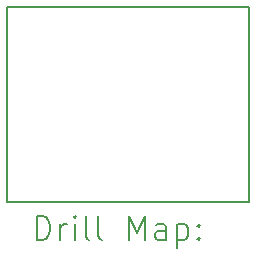
<source format=gbr>
%TF.GenerationSoftware,KiCad,Pcbnew,6.0.11+dfsg-1~bpo11+1*%
%TF.CreationDate,2023-04-15T17:48:56-07:00*%
%TF.ProjectId,J-link_BOB,4a2d6c69-6e6b-45f4-924f-422e6b696361,A0*%
%TF.SameCoordinates,PX79b8e38PY4eb9cf0*%
%TF.FileFunction,Drillmap*%
%TF.FilePolarity,Positive*%
%FSLAX45Y45*%
G04 Gerber Fmt 4.5, Leading zero omitted, Abs format (unit mm)*
G04 Created by KiCad (PCBNEW 6.0.11+dfsg-1~bpo11+1) date 2023-04-15 17:48:56*
%MOMM*%
%LPD*%
G01*
G04 APERTURE LIST*
%ADD10C,0.200000*%
G04 APERTURE END LIST*
D10*
X0Y0D02*
X2050000Y0D01*
X2050000Y0D02*
X2050000Y-1650000D01*
X2050000Y-1650000D02*
X0Y-1650000D01*
X0Y-1650000D02*
X0Y0D01*
X247619Y-1970476D02*
X247619Y-1770476D01*
X295238Y-1770476D01*
X323810Y-1780000D01*
X342857Y-1799048D01*
X352381Y-1818095D01*
X361905Y-1856190D01*
X361905Y-1884762D01*
X352381Y-1922857D01*
X342857Y-1941905D01*
X323810Y-1960952D01*
X295238Y-1970476D01*
X247619Y-1970476D01*
X447619Y-1970476D02*
X447619Y-1837143D01*
X447619Y-1875238D02*
X457143Y-1856190D01*
X466667Y-1846667D01*
X485714Y-1837143D01*
X504762Y-1837143D01*
X571429Y-1970476D02*
X571429Y-1837143D01*
X571429Y-1770476D02*
X561905Y-1780000D01*
X571429Y-1789524D01*
X580952Y-1780000D01*
X571429Y-1770476D01*
X571429Y-1789524D01*
X695238Y-1970476D02*
X676190Y-1960952D01*
X666667Y-1941905D01*
X666667Y-1770476D01*
X800000Y-1970476D02*
X780952Y-1960952D01*
X771428Y-1941905D01*
X771428Y-1770476D01*
X1028571Y-1970476D02*
X1028571Y-1770476D01*
X1095238Y-1913333D01*
X1161905Y-1770476D01*
X1161905Y-1970476D01*
X1342857Y-1970476D02*
X1342857Y-1865714D01*
X1333333Y-1846667D01*
X1314286Y-1837143D01*
X1276190Y-1837143D01*
X1257143Y-1846667D01*
X1342857Y-1960952D02*
X1323810Y-1970476D01*
X1276190Y-1970476D01*
X1257143Y-1960952D01*
X1247619Y-1941905D01*
X1247619Y-1922857D01*
X1257143Y-1903809D01*
X1276190Y-1894286D01*
X1323810Y-1894286D01*
X1342857Y-1884762D01*
X1438095Y-1837143D02*
X1438095Y-2037143D01*
X1438095Y-1846667D02*
X1457143Y-1837143D01*
X1495238Y-1837143D01*
X1514286Y-1846667D01*
X1523809Y-1856190D01*
X1533333Y-1875238D01*
X1533333Y-1932381D01*
X1523809Y-1951428D01*
X1514286Y-1960952D01*
X1495238Y-1970476D01*
X1457143Y-1970476D01*
X1438095Y-1960952D01*
X1619048Y-1951428D02*
X1628571Y-1960952D01*
X1619048Y-1970476D01*
X1609524Y-1960952D01*
X1619048Y-1951428D01*
X1619048Y-1970476D01*
X1619048Y-1846667D02*
X1628571Y-1856190D01*
X1619048Y-1865714D01*
X1609524Y-1856190D01*
X1619048Y-1846667D01*
X1619048Y-1865714D01*
M02*

</source>
